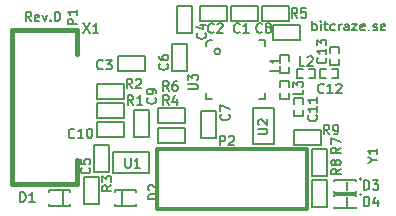
<source format=gto>
G04 (created by PCBNEW (2013-07-07 BZR 4022)-stable) date 2015/9/10 11:53:31*
%MOIN*%
G04 Gerber Fmt 3.4, Leading zero omitted, Abs format*
%FSLAX34Y34*%
G01*
G70*
G90*
G04 APERTURE LIST*
%ADD10C,0.00590551*%
%ADD11C,0.007875*%
%ADD12C,0.0079*%
%ADD13C,0.005*%
%ADD14C,0.006*%
%ADD15C,0.012*%
%ADD16C,0.015*%
G04 APERTURE END LIST*
G54D10*
G54D11*
X634Y-678D02*
X529Y-528D01*
X454Y-678D02*
X454Y-363D01*
X574Y-363D01*
X604Y-378D01*
X619Y-393D01*
X634Y-423D01*
X634Y-468D01*
X619Y-498D01*
X604Y-513D01*
X574Y-528D01*
X454Y-528D01*
X889Y-663D02*
X859Y-678D01*
X799Y-678D01*
X769Y-663D01*
X754Y-633D01*
X754Y-513D01*
X769Y-483D01*
X799Y-468D01*
X859Y-468D01*
X889Y-483D01*
X904Y-513D01*
X904Y-543D01*
X754Y-573D01*
X1009Y-468D02*
X1084Y-678D01*
X1159Y-468D01*
X1279Y-648D02*
X1294Y-663D01*
X1279Y-678D01*
X1264Y-663D01*
X1279Y-648D01*
X1279Y-678D01*
X1429Y-678D02*
X1429Y-363D01*
X1504Y-363D01*
X1549Y-378D01*
X1579Y-408D01*
X1594Y-438D01*
X1609Y-498D01*
X1609Y-543D01*
X1594Y-603D01*
X1579Y-633D01*
X1549Y-663D01*
X1504Y-678D01*
X1429Y-678D01*
G54D12*
G54D11*
X10012Y-993D02*
X10012Y-678D01*
X10012Y-798D02*
X10042Y-783D01*
X10102Y-783D01*
X10132Y-798D01*
X10147Y-813D01*
X10162Y-843D01*
X10162Y-933D01*
X10147Y-963D01*
X10132Y-978D01*
X10102Y-993D01*
X10042Y-993D01*
X10012Y-978D01*
X10297Y-993D02*
X10297Y-783D01*
X10297Y-678D02*
X10282Y-693D01*
X10297Y-708D01*
X10312Y-693D01*
X10297Y-678D01*
X10297Y-708D01*
X10402Y-783D02*
X10522Y-783D01*
X10447Y-678D02*
X10447Y-948D01*
X10462Y-978D01*
X10492Y-993D01*
X10522Y-993D01*
X10762Y-978D02*
X10732Y-993D01*
X10672Y-993D01*
X10642Y-978D01*
X10627Y-963D01*
X10612Y-933D01*
X10612Y-843D01*
X10627Y-813D01*
X10642Y-798D01*
X10672Y-783D01*
X10732Y-783D01*
X10762Y-798D01*
X10897Y-993D02*
X10897Y-783D01*
X10897Y-843D02*
X10912Y-813D01*
X10927Y-798D01*
X10957Y-783D01*
X10987Y-783D01*
X11227Y-993D02*
X11227Y-828D01*
X11212Y-798D01*
X11182Y-783D01*
X11122Y-783D01*
X11092Y-798D01*
X11227Y-978D02*
X11197Y-993D01*
X11122Y-993D01*
X11092Y-978D01*
X11077Y-948D01*
X11077Y-918D01*
X11092Y-888D01*
X11122Y-873D01*
X11197Y-873D01*
X11227Y-858D01*
X11347Y-783D02*
X11512Y-783D01*
X11347Y-993D01*
X11512Y-993D01*
X11752Y-978D02*
X11722Y-993D01*
X11662Y-993D01*
X11632Y-978D01*
X11617Y-948D01*
X11617Y-828D01*
X11632Y-798D01*
X11662Y-783D01*
X11722Y-783D01*
X11752Y-798D01*
X11767Y-828D01*
X11767Y-858D01*
X11617Y-888D01*
X11902Y-963D02*
X11917Y-978D01*
X11902Y-993D01*
X11887Y-978D01*
X11902Y-963D01*
X11902Y-993D01*
X12037Y-978D02*
X12067Y-993D01*
X12127Y-993D01*
X12157Y-978D01*
X12172Y-948D01*
X12172Y-933D01*
X12157Y-903D01*
X12127Y-888D01*
X12082Y-888D01*
X12052Y-873D01*
X12037Y-843D01*
X12037Y-828D01*
X12052Y-798D01*
X12082Y-783D01*
X12127Y-783D01*
X12157Y-798D01*
X12427Y-978D02*
X12397Y-993D01*
X12337Y-993D01*
X12307Y-978D01*
X12292Y-948D01*
X12292Y-828D01*
X12307Y-798D01*
X12337Y-783D01*
X12397Y-783D01*
X12427Y-798D01*
X12442Y-828D01*
X12442Y-858D01*
X12292Y-888D01*
G54D12*
G54D13*
X9986Y-5844D02*
X9986Y-4944D01*
X9986Y-4944D02*
X10486Y-4944D01*
X10486Y-4944D02*
X10486Y-5844D01*
X10486Y-5844D02*
X9986Y-5844D01*
X9986Y-6867D02*
X9986Y-5967D01*
X9986Y-5967D02*
X10486Y-5967D01*
X10486Y-5967D02*
X10486Y-6867D01*
X10486Y-6867D02*
X9986Y-6867D01*
X5765Y-4069D02*
X4865Y-4069D01*
X4865Y-4069D02*
X4865Y-3569D01*
X4865Y-3569D02*
X5765Y-3569D01*
X5765Y-3569D02*
X5765Y-4069D01*
X8330Y-183D02*
X9230Y-183D01*
X9230Y-183D02*
X9230Y-683D01*
X9230Y-683D02*
X8330Y-683D01*
X8330Y-683D02*
X8330Y-183D01*
X5765Y-4738D02*
X4865Y-4738D01*
X4865Y-4738D02*
X4865Y-4238D01*
X4865Y-4238D02*
X5765Y-4238D01*
X5765Y-4238D02*
X5765Y-4738D01*
X3718Y-3281D02*
X2818Y-3281D01*
X2818Y-3281D02*
X2818Y-2781D01*
X2818Y-2781D02*
X3718Y-2781D01*
X3718Y-2781D02*
X3718Y-3281D01*
X3718Y-3911D02*
X2818Y-3911D01*
X2818Y-3911D02*
X2818Y-3411D01*
X2818Y-3411D02*
X3718Y-3411D01*
X3718Y-3411D02*
X3718Y-3911D01*
X2888Y-5889D02*
X2888Y-6789D01*
X2888Y-6789D02*
X2388Y-6789D01*
X2388Y-6789D02*
X2388Y-5889D01*
X2388Y-5889D02*
X2888Y-5889D01*
G54D12*
X6652Y-1297D02*
X6573Y-1297D01*
X6573Y-1297D02*
X6455Y-1415D01*
X6455Y-1415D02*
X6455Y-1494D01*
X6652Y-3265D02*
X6455Y-3265D01*
X6455Y-3265D02*
X6455Y-3068D01*
X8423Y-3068D02*
X8423Y-3265D01*
X8423Y-3265D02*
X8226Y-3265D01*
X8423Y-1297D02*
X8423Y-1494D01*
X8226Y-1297D02*
X8423Y-1297D01*
G54D14*
X6947Y-1689D02*
G75*
G03X6947Y-1689I-99J0D01*
G74*
G01*
G54D13*
X4576Y-5044D02*
X4576Y-5744D01*
X4576Y-5744D02*
X3376Y-5744D01*
X3376Y-5744D02*
X3376Y-5044D01*
X3376Y-5044D02*
X4576Y-5044D01*
X8036Y-3573D02*
X8736Y-3573D01*
X8736Y-3573D02*
X8736Y-4773D01*
X8736Y-4773D02*
X8036Y-4773D01*
X8036Y-4773D02*
X8036Y-3573D01*
X2742Y-5726D02*
X2742Y-4826D01*
X2742Y-4826D02*
X3242Y-4826D01*
X3242Y-4826D02*
X3242Y-5726D01*
X3242Y-5726D02*
X2742Y-5726D01*
X4081Y-4544D02*
X4081Y-3644D01*
X4081Y-3644D02*
X4581Y-3644D01*
X4581Y-3644D02*
X4581Y-4544D01*
X4581Y-4544D02*
X4081Y-4544D01*
X3718Y-4541D02*
X2818Y-4541D01*
X2818Y-4541D02*
X2818Y-4041D01*
X2818Y-4041D02*
X3718Y-4041D01*
X3718Y-4041D02*
X3718Y-4541D01*
G54D15*
X4823Y-4945D02*
X9823Y-4945D01*
X9823Y-4945D02*
X9823Y-6945D01*
X9823Y-6945D02*
X4823Y-6945D01*
X4823Y-6945D02*
X4823Y-4945D01*
G54D13*
X7306Y-183D02*
X8206Y-183D01*
X8206Y-183D02*
X8206Y-683D01*
X8206Y-683D02*
X7306Y-683D01*
X7306Y-683D02*
X7306Y-183D01*
X7182Y-683D02*
X6282Y-683D01*
X6282Y-683D02*
X6282Y-183D01*
X6282Y-183D02*
X7182Y-183D01*
X7182Y-183D02*
X7182Y-683D01*
X3526Y-1837D02*
X4426Y-1837D01*
X4426Y-1837D02*
X4426Y-2337D01*
X4426Y-2337D02*
X3526Y-2337D01*
X3526Y-2337D02*
X3526Y-1837D01*
X5998Y-180D02*
X5998Y-1080D01*
X5998Y-1080D02*
X5498Y-1080D01*
X5498Y-1080D02*
X5498Y-180D01*
X5498Y-180D02*
X5998Y-180D01*
X5841Y-1440D02*
X5841Y-2340D01*
X5841Y-2340D02*
X5341Y-2340D01*
X5341Y-2340D02*
X5341Y-1440D01*
X5341Y-1440D02*
X5841Y-1440D01*
X6785Y-3684D02*
X6785Y-4584D01*
X6785Y-4584D02*
X6285Y-4584D01*
X6285Y-4584D02*
X6285Y-3684D01*
X6285Y-3684D02*
X6785Y-3684D01*
X8684Y-813D02*
X9584Y-813D01*
X9584Y-813D02*
X9584Y-1313D01*
X9584Y-1313D02*
X8684Y-1313D01*
X8684Y-1313D02*
X8684Y-813D01*
X1693Y-6299D02*
X1693Y-6851D01*
X1221Y-6378D02*
X1221Y-6299D01*
X1221Y-6851D02*
X1221Y-6772D01*
X1929Y-6772D02*
X1929Y-6851D01*
X1929Y-6299D02*
X1929Y-6378D01*
X1929Y-6299D02*
X1221Y-6299D01*
X1221Y-6851D02*
X1929Y-6851D01*
X3662Y-6851D02*
X3662Y-6299D01*
X4134Y-6772D02*
X4134Y-6851D01*
X4134Y-6299D02*
X4134Y-6378D01*
X3426Y-6378D02*
X3426Y-6299D01*
X3426Y-6851D02*
X3426Y-6772D01*
X3426Y-6851D02*
X4134Y-6851D01*
X4134Y-6299D02*
X3426Y-6299D01*
X11161Y-6043D02*
X11161Y-6319D01*
X11640Y-5945D02*
G75*
G03X11640Y-5945I-26J0D01*
G74*
G01*
X10748Y-6398D02*
X11456Y-6398D01*
X11456Y-6398D02*
X11456Y-6358D01*
X10748Y-6358D02*
X10748Y-6398D01*
X10748Y-6004D02*
X10748Y-5964D01*
X10748Y-5964D02*
X11456Y-5964D01*
X11456Y-5964D02*
X11456Y-6004D01*
X11161Y-6555D02*
X11161Y-6831D01*
X11640Y-6457D02*
G75*
G03X11640Y-6457I-26J0D01*
G74*
G01*
X10748Y-6910D02*
X11456Y-6910D01*
X11456Y-6910D02*
X11456Y-6870D01*
X10748Y-6870D02*
X10748Y-6910D01*
X10748Y-6516D02*
X10748Y-6476D01*
X10748Y-6476D02*
X11456Y-6476D01*
X11456Y-6476D02*
X11456Y-6516D01*
G54D16*
X-10Y-6102D02*
X2165Y-6102D01*
X2165Y-6102D02*
X2165Y-5305D01*
X-10Y-984D02*
X2165Y-984D01*
X2165Y-984D02*
X2165Y-1781D01*
X-10Y-6102D02*
X-10Y-984D01*
G54D13*
X9697Y-3443D02*
X9697Y-3243D01*
X9697Y-3243D02*
X9397Y-3243D01*
X9397Y-3243D02*
X9397Y-3443D01*
X9697Y-3643D02*
X9697Y-3843D01*
X9697Y-3843D02*
X9397Y-3843D01*
X9397Y-3843D02*
X9397Y-3643D01*
X10651Y-2591D02*
X10851Y-2591D01*
X10851Y-2591D02*
X10851Y-2291D01*
X10851Y-2291D02*
X10651Y-2291D01*
X10451Y-2591D02*
X10251Y-2591D01*
X10251Y-2591D02*
X10251Y-2291D01*
X10251Y-2291D02*
X10451Y-2291D01*
X10598Y-1950D02*
X10598Y-2150D01*
X10598Y-2150D02*
X10898Y-2150D01*
X10898Y-2150D02*
X10898Y-1950D01*
X10598Y-1750D02*
X10598Y-1550D01*
X10598Y-1550D02*
X10898Y-1550D01*
X10898Y-1550D02*
X10898Y-1750D01*
X9244Y-2026D02*
X9244Y-1826D01*
X9244Y-1826D02*
X8944Y-1826D01*
X8944Y-1826D02*
X8944Y-2026D01*
X9244Y-2226D02*
X9244Y-2426D01*
X9244Y-2426D02*
X8944Y-2426D01*
X8944Y-2426D02*
X8944Y-2226D01*
X9903Y-2591D02*
X10103Y-2591D01*
X10103Y-2591D02*
X10103Y-2291D01*
X10103Y-2291D02*
X9903Y-2291D01*
X9703Y-2591D02*
X9503Y-2591D01*
X9503Y-2591D02*
X9503Y-2291D01*
X9503Y-2291D02*
X9703Y-2291D01*
X8944Y-3072D02*
X8944Y-3272D01*
X8944Y-3272D02*
X9244Y-3272D01*
X9244Y-3272D02*
X9244Y-3072D01*
X8944Y-2872D02*
X8944Y-2672D01*
X8944Y-2672D02*
X9244Y-2672D01*
X9244Y-2672D02*
X9244Y-2872D01*
X9393Y-4317D02*
X10293Y-4317D01*
X10293Y-4317D02*
X10293Y-4817D01*
X10293Y-4817D02*
X9393Y-4817D01*
X9393Y-4817D02*
X9393Y-4317D01*
G54D11*
X10954Y-4895D02*
X10804Y-5000D01*
X10954Y-5075D02*
X10639Y-5075D01*
X10639Y-4955D01*
X10654Y-4925D01*
X10669Y-4910D01*
X10699Y-4895D01*
X10744Y-4895D01*
X10774Y-4910D01*
X10789Y-4925D01*
X10804Y-4955D01*
X10804Y-5075D01*
X10639Y-4790D02*
X10639Y-4580D01*
X10954Y-4715D01*
G54D12*
G54D11*
X10954Y-5603D02*
X10804Y-5708D01*
X10954Y-5783D02*
X10639Y-5783D01*
X10639Y-5663D01*
X10654Y-5633D01*
X10669Y-5618D01*
X10699Y-5603D01*
X10744Y-5603D01*
X10774Y-5618D01*
X10789Y-5633D01*
X10804Y-5663D01*
X10804Y-5783D01*
X10774Y-5423D02*
X10759Y-5453D01*
X10744Y-5468D01*
X10714Y-5483D01*
X10699Y-5483D01*
X10669Y-5468D01*
X10654Y-5453D01*
X10639Y-5423D01*
X10639Y-5363D01*
X10654Y-5333D01*
X10669Y-5318D01*
X10699Y-5303D01*
X10714Y-5303D01*
X10744Y-5318D01*
X10759Y-5333D01*
X10774Y-5363D01*
X10774Y-5423D01*
X10789Y-5453D01*
X10804Y-5468D01*
X10834Y-5483D01*
X10894Y-5483D01*
X10924Y-5468D01*
X10939Y-5453D01*
X10954Y-5423D01*
X10954Y-5363D01*
X10939Y-5333D01*
X10924Y-5318D01*
X10894Y-5303D01*
X10834Y-5303D01*
X10804Y-5318D01*
X10789Y-5333D01*
X10774Y-5363D01*
G54D12*
G54D11*
X5223Y-3001D02*
X5118Y-2851D01*
X5043Y-3001D02*
X5043Y-2686D01*
X5163Y-2686D01*
X5193Y-2701D01*
X5208Y-2716D01*
X5223Y-2746D01*
X5223Y-2791D01*
X5208Y-2821D01*
X5193Y-2836D01*
X5163Y-2851D01*
X5043Y-2851D01*
X5493Y-2686D02*
X5433Y-2686D01*
X5403Y-2701D01*
X5388Y-2716D01*
X5358Y-2761D01*
X5343Y-2821D01*
X5343Y-2941D01*
X5358Y-2971D01*
X5373Y-2986D01*
X5403Y-3001D01*
X5463Y-3001D01*
X5493Y-2986D01*
X5508Y-2971D01*
X5523Y-2941D01*
X5523Y-2866D01*
X5508Y-2836D01*
X5493Y-2821D01*
X5463Y-2806D01*
X5403Y-2806D01*
X5373Y-2821D01*
X5358Y-2836D01*
X5343Y-2866D01*
G54D12*
G54D11*
X9514Y-560D02*
X9409Y-410D01*
X9334Y-560D02*
X9334Y-245D01*
X9454Y-245D01*
X9484Y-260D01*
X9499Y-275D01*
X9514Y-305D01*
X9514Y-350D01*
X9499Y-380D01*
X9484Y-395D01*
X9454Y-410D01*
X9334Y-410D01*
X9799Y-245D02*
X9649Y-245D01*
X9634Y-395D01*
X9649Y-380D01*
X9679Y-365D01*
X9754Y-365D01*
X9784Y-380D01*
X9799Y-395D01*
X9814Y-425D01*
X9814Y-500D01*
X9799Y-530D01*
X9784Y-545D01*
X9754Y-560D01*
X9679Y-560D01*
X9649Y-545D01*
X9634Y-530D01*
G54D12*
G54D11*
X5223Y-3473D02*
X5118Y-3323D01*
X5043Y-3473D02*
X5043Y-3158D01*
X5163Y-3158D01*
X5193Y-3173D01*
X5208Y-3188D01*
X5223Y-3218D01*
X5223Y-3263D01*
X5208Y-3293D01*
X5193Y-3308D01*
X5163Y-3323D01*
X5043Y-3323D01*
X5493Y-3263D02*
X5493Y-3473D01*
X5418Y-3143D02*
X5343Y-3368D01*
X5538Y-3368D01*
G54D12*
G54D11*
X4002Y-2922D02*
X3897Y-2772D01*
X3822Y-2922D02*
X3822Y-2607D01*
X3942Y-2607D01*
X3972Y-2622D01*
X3987Y-2637D01*
X4002Y-2667D01*
X4002Y-2712D01*
X3987Y-2742D01*
X3972Y-2757D01*
X3942Y-2772D01*
X3822Y-2772D01*
X4122Y-2637D02*
X4137Y-2622D01*
X4167Y-2607D01*
X4242Y-2607D01*
X4272Y-2622D01*
X4287Y-2637D01*
X4302Y-2667D01*
X4302Y-2697D01*
X4287Y-2742D01*
X4107Y-2922D01*
X4302Y-2922D01*
G54D12*
G54D11*
X4041Y-3473D02*
X3936Y-3323D01*
X3861Y-3473D02*
X3861Y-3158D01*
X3981Y-3158D01*
X4011Y-3173D01*
X4026Y-3188D01*
X4041Y-3218D01*
X4041Y-3263D01*
X4026Y-3293D01*
X4011Y-3308D01*
X3981Y-3323D01*
X3861Y-3323D01*
X4341Y-3473D02*
X4161Y-3473D01*
X4251Y-3473D02*
X4251Y-3158D01*
X4221Y-3203D01*
X4191Y-3233D01*
X4161Y-3248D01*
G54D12*
G54D11*
X3316Y-6154D02*
X3166Y-6259D01*
X3316Y-6334D02*
X3001Y-6334D01*
X3001Y-6214D01*
X3016Y-6184D01*
X3031Y-6169D01*
X3061Y-6154D01*
X3106Y-6154D01*
X3136Y-6169D01*
X3151Y-6184D01*
X3166Y-6214D01*
X3166Y-6334D01*
X3001Y-6049D02*
X3001Y-5854D01*
X3121Y-5959D01*
X3121Y-5914D01*
X3136Y-5884D01*
X3151Y-5869D01*
X3181Y-5854D01*
X3256Y-5854D01*
X3286Y-5869D01*
X3301Y-5884D01*
X3316Y-5914D01*
X3316Y-6004D01*
X3301Y-6034D01*
X3286Y-6049D01*
G54D12*
G54D11*
X12024Y-5307D02*
X12174Y-5307D01*
X11859Y-5412D02*
X12024Y-5307D01*
X11859Y-5202D01*
X12174Y-4932D02*
X12174Y-5112D01*
X12174Y-5022D02*
X11859Y-5022D01*
X11904Y-5052D01*
X11934Y-5082D01*
X11949Y-5112D01*
G54D12*
G54D11*
X2383Y-757D02*
X2593Y-1072D01*
X2593Y-757D02*
X2383Y-1072D01*
X2878Y-1072D02*
X2698Y-1072D01*
X2788Y-1072D02*
X2788Y-757D01*
X2758Y-802D01*
X2728Y-832D01*
X2698Y-847D01*
G54D12*
G54D11*
X5875Y-2957D02*
X6130Y-2957D01*
X6160Y-2942D01*
X6175Y-2927D01*
X6190Y-2897D01*
X6190Y-2837D01*
X6175Y-2807D01*
X6160Y-2792D01*
X6130Y-2777D01*
X5875Y-2777D01*
X5875Y-2657D02*
X5875Y-2462D01*
X5995Y-2567D01*
X5995Y-2522D01*
X6010Y-2492D01*
X6025Y-2477D01*
X6055Y-2462D01*
X6130Y-2462D01*
X6160Y-2477D01*
X6175Y-2492D01*
X6190Y-2522D01*
X6190Y-2612D01*
X6175Y-2642D01*
X6160Y-2657D01*
G54D12*
G54D11*
X3776Y-5245D02*
X3776Y-5500D01*
X3791Y-5530D01*
X3806Y-5545D01*
X3836Y-5560D01*
X3896Y-5560D01*
X3926Y-5545D01*
X3941Y-5530D01*
X3956Y-5500D01*
X3956Y-5245D01*
X4271Y-5560D02*
X4091Y-5560D01*
X4181Y-5560D02*
X4181Y-5245D01*
X4151Y-5290D01*
X4121Y-5320D01*
X4091Y-5335D01*
G54D12*
G54D11*
X8198Y-4453D02*
X8453Y-4453D01*
X8483Y-4438D01*
X8498Y-4423D01*
X8513Y-4393D01*
X8513Y-4333D01*
X8498Y-4303D01*
X8483Y-4288D01*
X8453Y-4273D01*
X8198Y-4273D01*
X8228Y-4138D02*
X8213Y-4123D01*
X8198Y-4093D01*
X8198Y-4018D01*
X8213Y-3988D01*
X8228Y-3973D01*
X8258Y-3958D01*
X8288Y-3958D01*
X8333Y-3973D01*
X8513Y-4153D01*
X8513Y-3958D01*
G54D12*
G54D11*
X2577Y-5564D02*
X2592Y-5579D01*
X2607Y-5624D01*
X2607Y-5654D01*
X2592Y-5699D01*
X2562Y-5729D01*
X2532Y-5744D01*
X2472Y-5759D01*
X2427Y-5759D01*
X2367Y-5744D01*
X2337Y-5729D01*
X2307Y-5699D01*
X2292Y-5654D01*
X2292Y-5624D01*
X2307Y-5579D01*
X2322Y-5564D01*
X2292Y-5279D02*
X2292Y-5429D01*
X2442Y-5444D01*
X2427Y-5429D01*
X2412Y-5399D01*
X2412Y-5324D01*
X2427Y-5294D01*
X2442Y-5279D01*
X2472Y-5264D01*
X2547Y-5264D01*
X2577Y-5279D01*
X2592Y-5294D01*
X2607Y-5324D01*
X2607Y-5399D01*
X2592Y-5429D01*
X2577Y-5444D01*
G54D12*
G54D11*
X4782Y-3241D02*
X4797Y-3256D01*
X4812Y-3301D01*
X4812Y-3331D01*
X4797Y-3376D01*
X4767Y-3406D01*
X4737Y-3421D01*
X4677Y-3436D01*
X4632Y-3436D01*
X4572Y-3421D01*
X4542Y-3406D01*
X4512Y-3376D01*
X4497Y-3331D01*
X4497Y-3301D01*
X4512Y-3256D01*
X4527Y-3241D01*
X4812Y-3091D02*
X4812Y-3031D01*
X4797Y-3001D01*
X4782Y-2986D01*
X4737Y-2956D01*
X4677Y-2941D01*
X4557Y-2941D01*
X4527Y-2956D01*
X4512Y-2971D01*
X4497Y-3001D01*
X4497Y-3061D01*
X4512Y-3091D01*
X4527Y-3106D01*
X4557Y-3121D01*
X4632Y-3121D01*
X4662Y-3106D01*
X4677Y-3091D01*
X4692Y-3061D01*
X4692Y-3001D01*
X4677Y-2971D01*
X4662Y-2956D01*
X4632Y-2941D01*
G54D12*
G54D11*
X2080Y-4546D02*
X2065Y-4561D01*
X2020Y-4576D01*
X1990Y-4576D01*
X1945Y-4561D01*
X1915Y-4531D01*
X1900Y-4501D01*
X1885Y-4441D01*
X1885Y-4396D01*
X1900Y-4336D01*
X1915Y-4306D01*
X1945Y-4276D01*
X1990Y-4261D01*
X2020Y-4261D01*
X2065Y-4276D01*
X2080Y-4291D01*
X2380Y-4576D02*
X2200Y-4576D01*
X2290Y-4576D02*
X2290Y-4261D01*
X2260Y-4306D01*
X2230Y-4336D01*
X2200Y-4351D01*
X2575Y-4261D02*
X2605Y-4261D01*
X2635Y-4276D01*
X2650Y-4291D01*
X2665Y-4321D01*
X2680Y-4381D01*
X2680Y-4456D01*
X2665Y-4516D01*
X2650Y-4546D01*
X2635Y-4561D01*
X2605Y-4576D01*
X2575Y-4576D01*
X2545Y-4561D01*
X2530Y-4546D01*
X2515Y-4516D01*
X2500Y-4456D01*
X2500Y-4381D01*
X2515Y-4321D01*
X2530Y-4291D01*
X2545Y-4276D01*
X2575Y-4261D01*
G54D12*
G54D11*
X6932Y-4812D02*
X6932Y-4497D01*
X7052Y-4497D01*
X7082Y-4512D01*
X7097Y-4527D01*
X7112Y-4557D01*
X7112Y-4602D01*
X7097Y-4632D01*
X7082Y-4647D01*
X7052Y-4662D01*
X6932Y-4662D01*
X7232Y-4527D02*
X7247Y-4512D01*
X7277Y-4497D01*
X7352Y-4497D01*
X7382Y-4512D01*
X7397Y-4527D01*
X7412Y-4557D01*
X7412Y-4587D01*
X7397Y-4632D01*
X7217Y-4812D01*
X7412Y-4812D01*
G54D12*
G54D11*
X7585Y-1042D02*
X7570Y-1057D01*
X7525Y-1072D01*
X7495Y-1072D01*
X7450Y-1057D01*
X7420Y-1027D01*
X7405Y-997D01*
X7390Y-937D01*
X7390Y-892D01*
X7405Y-832D01*
X7420Y-802D01*
X7450Y-772D01*
X7495Y-757D01*
X7525Y-757D01*
X7570Y-772D01*
X7585Y-787D01*
X7885Y-1072D02*
X7705Y-1072D01*
X7795Y-1072D02*
X7795Y-757D01*
X7765Y-802D01*
X7735Y-832D01*
X7705Y-847D01*
G54D12*
G54D11*
X6719Y-1042D02*
X6704Y-1057D01*
X6659Y-1072D01*
X6629Y-1072D01*
X6584Y-1057D01*
X6554Y-1027D01*
X6539Y-997D01*
X6524Y-937D01*
X6524Y-892D01*
X6539Y-832D01*
X6554Y-802D01*
X6584Y-772D01*
X6629Y-757D01*
X6659Y-757D01*
X6704Y-772D01*
X6719Y-787D01*
X6839Y-787D02*
X6854Y-772D01*
X6884Y-757D01*
X6959Y-757D01*
X6989Y-772D01*
X7004Y-787D01*
X7019Y-817D01*
X7019Y-847D01*
X7004Y-892D01*
X6824Y-1072D01*
X7019Y-1072D01*
G54D12*
G54D11*
X3018Y-2262D02*
X3003Y-2277D01*
X2958Y-2292D01*
X2928Y-2292D01*
X2883Y-2277D01*
X2853Y-2247D01*
X2838Y-2217D01*
X2823Y-2157D01*
X2823Y-2112D01*
X2838Y-2052D01*
X2853Y-2022D01*
X2883Y-1992D01*
X2928Y-1977D01*
X2958Y-1977D01*
X3003Y-1992D01*
X3018Y-2007D01*
X3123Y-1977D02*
X3318Y-1977D01*
X3213Y-2097D01*
X3258Y-2097D01*
X3288Y-2112D01*
X3303Y-2127D01*
X3318Y-2157D01*
X3318Y-2232D01*
X3303Y-2262D01*
X3288Y-2277D01*
X3258Y-2292D01*
X3168Y-2292D01*
X3138Y-2277D01*
X3123Y-2262D01*
G54D12*
G54D11*
X6436Y-1076D02*
X6451Y-1091D01*
X6466Y-1136D01*
X6466Y-1166D01*
X6451Y-1211D01*
X6421Y-1241D01*
X6391Y-1256D01*
X6331Y-1271D01*
X6286Y-1271D01*
X6226Y-1256D01*
X6196Y-1241D01*
X6166Y-1211D01*
X6151Y-1166D01*
X6151Y-1136D01*
X6166Y-1091D01*
X6181Y-1076D01*
X6256Y-806D02*
X6466Y-806D01*
X6136Y-881D02*
X6361Y-956D01*
X6361Y-761D01*
G54D12*
G54D11*
X5176Y-2099D02*
X5191Y-2114D01*
X5206Y-2159D01*
X5206Y-2189D01*
X5191Y-2234D01*
X5161Y-2264D01*
X5131Y-2279D01*
X5071Y-2294D01*
X5026Y-2294D01*
X4966Y-2279D01*
X4936Y-2264D01*
X4906Y-2234D01*
X4891Y-2189D01*
X4891Y-2159D01*
X4906Y-2114D01*
X4921Y-2099D01*
X4891Y-1829D02*
X4891Y-1889D01*
X4906Y-1919D01*
X4921Y-1934D01*
X4966Y-1964D01*
X5026Y-1979D01*
X5146Y-1979D01*
X5176Y-1964D01*
X5191Y-1949D01*
X5206Y-1919D01*
X5206Y-1859D01*
X5191Y-1829D01*
X5176Y-1814D01*
X5146Y-1799D01*
X5071Y-1799D01*
X5041Y-1814D01*
X5026Y-1829D01*
X5011Y-1859D01*
X5011Y-1919D01*
X5026Y-1949D01*
X5041Y-1964D01*
X5071Y-1979D01*
G54D12*
G54D11*
X7223Y-3792D02*
X7238Y-3807D01*
X7253Y-3852D01*
X7253Y-3882D01*
X7238Y-3927D01*
X7208Y-3957D01*
X7178Y-3972D01*
X7118Y-3987D01*
X7073Y-3987D01*
X7013Y-3972D01*
X6983Y-3957D01*
X6953Y-3927D01*
X6938Y-3882D01*
X6938Y-3852D01*
X6953Y-3807D01*
X6968Y-3792D01*
X6938Y-3687D02*
X6938Y-3477D01*
X7253Y-3612D01*
G54D12*
G54D11*
X8333Y-1042D02*
X8318Y-1057D01*
X8273Y-1072D01*
X8243Y-1072D01*
X8198Y-1057D01*
X8168Y-1027D01*
X8153Y-997D01*
X8138Y-937D01*
X8138Y-892D01*
X8153Y-832D01*
X8168Y-802D01*
X8198Y-772D01*
X8243Y-757D01*
X8273Y-757D01*
X8318Y-772D01*
X8333Y-787D01*
X8513Y-892D02*
X8483Y-877D01*
X8468Y-862D01*
X8453Y-832D01*
X8453Y-817D01*
X8468Y-787D01*
X8483Y-772D01*
X8513Y-757D01*
X8573Y-757D01*
X8603Y-772D01*
X8618Y-787D01*
X8633Y-817D01*
X8633Y-832D01*
X8618Y-862D01*
X8603Y-877D01*
X8573Y-892D01*
X8513Y-892D01*
X8483Y-907D01*
X8468Y-922D01*
X8453Y-952D01*
X8453Y-1012D01*
X8468Y-1042D01*
X8483Y-1057D01*
X8513Y-1072D01*
X8573Y-1072D01*
X8603Y-1057D01*
X8618Y-1042D01*
X8633Y-1012D01*
X8633Y-952D01*
X8618Y-922D01*
X8603Y-907D01*
X8573Y-892D01*
G54D12*
G54D11*
X279Y-6702D02*
X279Y-6387D01*
X354Y-6387D01*
X399Y-6402D01*
X429Y-6432D01*
X444Y-6462D01*
X459Y-6522D01*
X459Y-6567D01*
X444Y-6627D01*
X429Y-6657D01*
X399Y-6687D01*
X354Y-6702D01*
X279Y-6702D01*
X759Y-6702D02*
X579Y-6702D01*
X669Y-6702D02*
X669Y-6387D01*
X639Y-6432D01*
X609Y-6462D01*
X579Y-6477D01*
G54D12*
G54D11*
X4851Y-6610D02*
X4536Y-6610D01*
X4536Y-6535D01*
X4551Y-6490D01*
X4581Y-6460D01*
X4611Y-6445D01*
X4671Y-6430D01*
X4716Y-6430D01*
X4776Y-6445D01*
X4806Y-6460D01*
X4836Y-6490D01*
X4851Y-6535D01*
X4851Y-6610D01*
X4566Y-6310D02*
X4551Y-6295D01*
X4536Y-6265D01*
X4536Y-6190D01*
X4551Y-6160D01*
X4566Y-6145D01*
X4596Y-6130D01*
X4626Y-6130D01*
X4671Y-6145D01*
X4851Y-6325D01*
X4851Y-6130D01*
G54D12*
G54D11*
X11736Y-6308D02*
X11736Y-5993D01*
X11811Y-5993D01*
X11856Y-6008D01*
X11886Y-6038D01*
X11901Y-6068D01*
X11916Y-6128D01*
X11916Y-6173D01*
X11901Y-6233D01*
X11886Y-6263D01*
X11856Y-6293D01*
X11811Y-6308D01*
X11736Y-6308D01*
X12021Y-5993D02*
X12216Y-5993D01*
X12111Y-6113D01*
X12156Y-6113D01*
X12186Y-6128D01*
X12201Y-6143D01*
X12216Y-6173D01*
X12216Y-6248D01*
X12201Y-6278D01*
X12186Y-6293D01*
X12156Y-6308D01*
X12066Y-6308D01*
X12036Y-6293D01*
X12021Y-6278D01*
G54D12*
G54D11*
X11736Y-6859D02*
X11736Y-6544D01*
X11811Y-6544D01*
X11856Y-6559D01*
X11886Y-6589D01*
X11901Y-6619D01*
X11916Y-6679D01*
X11916Y-6724D01*
X11901Y-6784D01*
X11886Y-6814D01*
X11856Y-6844D01*
X11811Y-6859D01*
X11736Y-6859D01*
X12186Y-6649D02*
X12186Y-6859D01*
X12111Y-6529D02*
X12036Y-6754D01*
X12231Y-6754D01*
G54D12*
G54D11*
X2174Y-783D02*
X1859Y-783D01*
X1859Y-663D01*
X1874Y-633D01*
X1889Y-618D01*
X1919Y-603D01*
X1964Y-603D01*
X1994Y-618D01*
X2009Y-633D01*
X2024Y-663D01*
X2024Y-783D01*
X2174Y-303D02*
X2174Y-483D01*
X2174Y-393D02*
X1859Y-393D01*
X1904Y-423D01*
X1934Y-453D01*
X1949Y-483D01*
G54D12*
G54D11*
X10136Y-3824D02*
X10151Y-3839D01*
X10166Y-3884D01*
X10166Y-3914D01*
X10151Y-3959D01*
X10121Y-3989D01*
X10091Y-4004D01*
X10031Y-4019D01*
X9986Y-4019D01*
X9926Y-4004D01*
X9896Y-3989D01*
X9866Y-3959D01*
X9851Y-3914D01*
X9851Y-3884D01*
X9866Y-3839D01*
X9881Y-3824D01*
X10166Y-3524D02*
X10166Y-3704D01*
X10166Y-3614D02*
X9851Y-3614D01*
X9896Y-3644D01*
X9926Y-3674D01*
X9941Y-3704D01*
X10166Y-3224D02*
X10166Y-3404D01*
X10166Y-3314D02*
X9851Y-3314D01*
X9896Y-3344D01*
X9926Y-3374D01*
X9941Y-3404D01*
G54D12*
G54D11*
X10388Y-3050D02*
X10373Y-3065D01*
X10328Y-3080D01*
X10298Y-3080D01*
X10253Y-3065D01*
X10223Y-3035D01*
X10208Y-3005D01*
X10193Y-2945D01*
X10193Y-2900D01*
X10208Y-2840D01*
X10223Y-2810D01*
X10253Y-2780D01*
X10298Y-2765D01*
X10328Y-2765D01*
X10373Y-2780D01*
X10388Y-2795D01*
X10688Y-3080D02*
X10508Y-3080D01*
X10598Y-3080D02*
X10598Y-2765D01*
X10568Y-2810D01*
X10538Y-2840D01*
X10508Y-2855D01*
X10808Y-2795D02*
X10823Y-2780D01*
X10853Y-2765D01*
X10928Y-2765D01*
X10958Y-2780D01*
X10973Y-2795D01*
X10988Y-2825D01*
X10988Y-2855D01*
X10973Y-2900D01*
X10793Y-3080D01*
X10988Y-3080D01*
G54D12*
G54D11*
X10451Y-1895D02*
X10466Y-1910D01*
X10481Y-1955D01*
X10481Y-1985D01*
X10466Y-2030D01*
X10436Y-2060D01*
X10406Y-2075D01*
X10346Y-2090D01*
X10301Y-2090D01*
X10241Y-2075D01*
X10211Y-2060D01*
X10181Y-2030D01*
X10166Y-1985D01*
X10166Y-1955D01*
X10181Y-1910D01*
X10196Y-1895D01*
X10481Y-1595D02*
X10481Y-1775D01*
X10481Y-1685D02*
X10166Y-1685D01*
X10211Y-1715D01*
X10241Y-1745D01*
X10256Y-1775D01*
X10166Y-1490D02*
X10166Y-1295D01*
X10286Y-1400D01*
X10286Y-1355D01*
X10301Y-1325D01*
X10316Y-1310D01*
X10346Y-1295D01*
X10421Y-1295D01*
X10451Y-1310D01*
X10466Y-1325D01*
X10481Y-1355D01*
X10481Y-1445D01*
X10466Y-1475D01*
X10451Y-1490D01*
G54D12*
G54D11*
X8921Y-2178D02*
X8921Y-2328D01*
X8606Y-2328D01*
X8921Y-1908D02*
X8921Y-2088D01*
X8921Y-1998D02*
X8606Y-1998D01*
X8651Y-2028D01*
X8681Y-2058D01*
X8696Y-2088D01*
G54D12*
G54D11*
X9750Y-2174D02*
X9600Y-2174D01*
X9600Y-1859D01*
X9840Y-1889D02*
X9855Y-1874D01*
X9885Y-1859D01*
X9960Y-1859D01*
X9990Y-1874D01*
X10005Y-1889D01*
X10020Y-1919D01*
X10020Y-1949D01*
X10005Y-1994D01*
X9825Y-2174D01*
X10020Y-2174D01*
G54D12*
G54D11*
X9694Y-2965D02*
X9694Y-3115D01*
X9379Y-3115D01*
X9379Y-2890D02*
X9379Y-2695D01*
X9499Y-2800D01*
X9499Y-2755D01*
X9514Y-2725D01*
X9529Y-2710D01*
X9559Y-2695D01*
X9634Y-2695D01*
X9664Y-2710D01*
X9679Y-2725D01*
X9694Y-2755D01*
X9694Y-2845D01*
X9679Y-2875D01*
X9664Y-2890D01*
G54D12*
G54D11*
X10577Y-4458D02*
X10472Y-4308D01*
X10397Y-4458D02*
X10397Y-4143D01*
X10517Y-4143D01*
X10547Y-4158D01*
X10562Y-4173D01*
X10577Y-4203D01*
X10577Y-4248D01*
X10562Y-4278D01*
X10547Y-4293D01*
X10517Y-4308D01*
X10397Y-4308D01*
X10727Y-4458D02*
X10787Y-4458D01*
X10817Y-4443D01*
X10832Y-4428D01*
X10862Y-4383D01*
X10877Y-4323D01*
X10877Y-4203D01*
X10862Y-4173D01*
X10847Y-4158D01*
X10817Y-4143D01*
X10757Y-4143D01*
X10727Y-4158D01*
X10712Y-4173D01*
X10697Y-4203D01*
X10697Y-4278D01*
X10712Y-4308D01*
X10727Y-4323D01*
X10757Y-4338D01*
X10817Y-4338D01*
X10847Y-4323D01*
X10862Y-4308D01*
X10877Y-4278D01*
G54D12*
M02*

</source>
